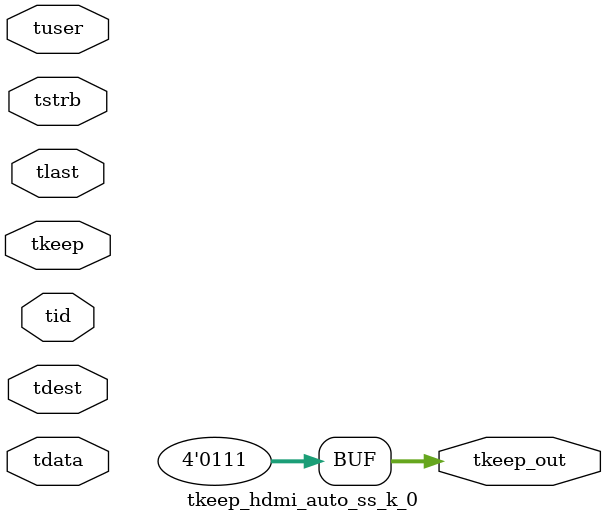
<source format=v>


`timescale 1ps/1ps

module tkeep_hdmi_auto_ss_k_0 #
(
parameter C_S_AXIS_TDATA_WIDTH = 32,
parameter C_S_AXIS_TUSER_WIDTH = 0,
parameter C_S_AXIS_TID_WIDTH   = 0,
parameter C_S_AXIS_TDEST_WIDTH = 0,
parameter C_M_AXIS_TDATA_WIDTH = 32
)
(
input  [(C_S_AXIS_TDATA_WIDTH == 0 ? 1 : C_S_AXIS_TDATA_WIDTH)-1:0     ] tdata,
input  [(C_S_AXIS_TUSER_WIDTH == 0 ? 1 : C_S_AXIS_TUSER_WIDTH)-1:0     ] tuser,
input  [(C_S_AXIS_TID_WIDTH   == 0 ? 1 : C_S_AXIS_TID_WIDTH)-1:0       ] tid,
input  [(C_S_AXIS_TDEST_WIDTH == 0 ? 1 : C_S_AXIS_TDEST_WIDTH)-1:0     ] tdest,
input  [(C_S_AXIS_TDATA_WIDTH/8)-1:0 ] tkeep,
input  [(C_S_AXIS_TDATA_WIDTH/8)-1:0 ] tstrb,
input                                                                    tlast,
output [(C_M_AXIS_TDATA_WIDTH/8)-1:0 ] tkeep_out
);

assign tkeep_out = {3'b111};

endmodule


</source>
